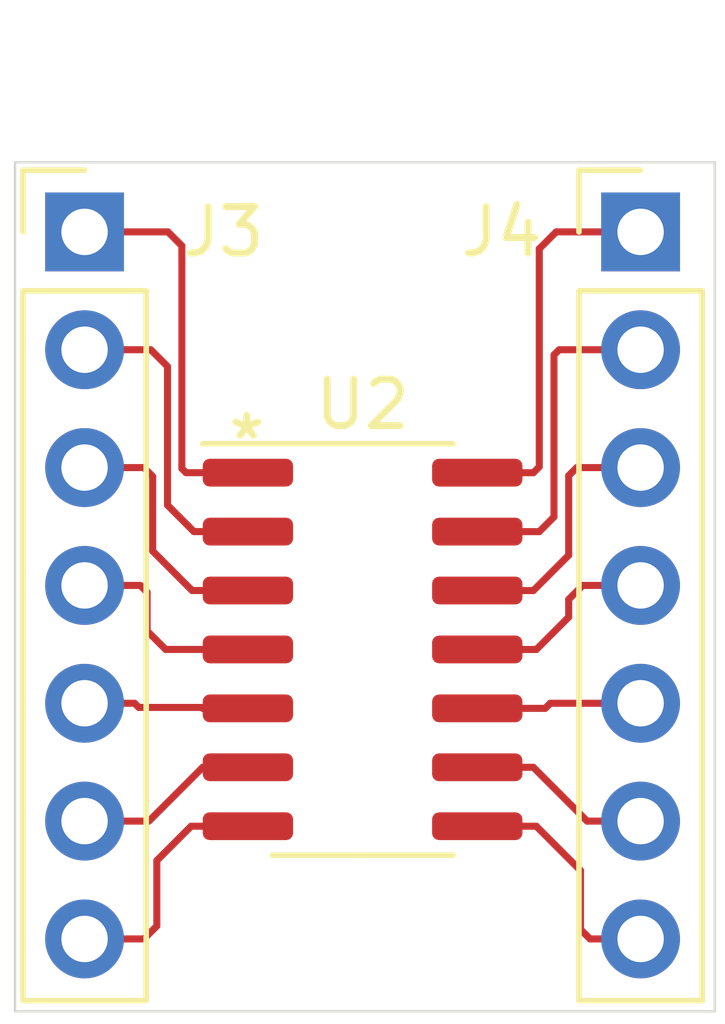
<source format=kicad_pcb>
(kicad_pcb (version 20171130) (host pcbnew "(5.1.5)-3")

  (general
    (thickness 1.6)
    (drawings 6)
    (tracks 72)
    (zones 0)
    (modules 3)
    (nets 15)
  )

  (page A4)
  (layers
    (0 F.Cu signal)
    (31 B.Cu signal)
    (32 B.Adhes user)
    (33 F.Adhes user)
    (34 B.Paste user)
    (35 F.Paste user)
    (36 B.SilkS user)
    (37 F.SilkS user)
    (38 B.Mask user)
    (39 F.Mask user)
    (40 Dwgs.User user)
    (41 Cmts.User user)
    (42 Eco1.User user)
    (43 Eco2.User user)
    (44 Edge.Cuts user)
    (45 Margin user)
    (46 B.CrtYd user)
    (47 F.CrtYd user hide)
    (48 B.Fab user)
    (49 F.Fab user hide)
  )

  (setup
    (last_trace_width 0.1524)
    (trace_clearance 0.1524)
    (zone_clearance 0.508)
    (zone_45_only no)
    (trace_min 0.1524)
    (via_size 0.6)
    (via_drill 0.3)
    (via_min_size 0.6)
    (via_min_drill 0.3)
    (uvia_size 0.3)
    (uvia_drill 0.1)
    (uvias_allowed no)
    (uvia_min_size 0.2)
    (uvia_min_drill 0.1)
    (edge_width 0.05)
    (segment_width 0.2)
    (pcb_text_width 0.3)
    (pcb_text_size 1.5 1.5)
    (mod_edge_width 0.12)
    (mod_text_size 1 1)
    (mod_text_width 0.15)
    (pad_size 1.524 1.524)
    (pad_drill 0.762)
    (pad_to_mask_clearance 0.051)
    (solder_mask_min_width 0.25)
    (aux_axis_origin 0 0)
    (grid_origin 140.3 77.7)
    (visible_elements 7FFDFFFF)
    (pcbplotparams
      (layerselection 0x010f0_ffffffff)
      (usegerberextensions true)
      (usegerberattributes false)
      (usegerberadvancedattributes false)
      (creategerberjobfile false)
      (excludeedgelayer true)
      (linewidth 0.100000)
      (plotframeref false)
      (viasonmask false)
      (mode 1)
      (useauxorigin true)
      (hpglpennumber 1)
      (hpglpenspeed 20)
      (hpglpendiameter 15.000000)
      (psnegative false)
      (psa4output false)
      (plotreference true)
      (plotvalue false)
      (plotinvisibletext false)
      (padsonsilk false)
      (subtractmaskfromsilk false)
      (outputformat 1)
      (mirror false)
      (drillshape 0)
      (scaleselection 1)
      (outputdirectory "panel/"))
  )

  (net 0 "")
  (net 1 /14-7)
  (net 2 /14-6)
  (net 3 /14-5)
  (net 4 /14-4)
  (net 5 /14-3)
  (net 6 /14-2)
  (net 7 /14-1)
  (net 8 /14-8)
  (net 9 /14-9)
  (net 10 /14-10)
  (net 11 /14-11)
  (net 12 /14-12)
  (net 13 /14-13)
  (net 14 /14-14)

  (net_class Default "This is the default net class."
    (clearance 0.1524)
    (trace_width 0.1524)
    (via_dia 0.6)
    (via_drill 0.3)
    (uvia_dia 0.3)
    (uvia_drill 0.1)
    (add_net /14-1)
    (add_net /14-10)
    (add_net /14-11)
    (add_net /14-12)
    (add_net /14-13)
    (add_net /14-14)
    (add_net /14-2)
    (add_net /14-3)
    (add_net /14-4)
    (add_net /14-5)
    (add_net /14-6)
    (add_net /14-7)
    (add_net /14-8)
    (add_net /14-9)
  )

  (module Connector_PinHeader_2.54mm:PinHeader_1x07_P2.54mm_Vertical (layer F.Cu) (tedit 59FED5CC) (tstamp 5F2B3777)
    (at 158.3 76.7)
    (descr "Through hole straight pin header, 1x07, 2.54mm pitch, single row")
    (tags "Through hole pin header THT 1x07 2.54mm single row")
    (path /5F2E944D)
    (fp_text reference J3 (at 3 0) (layer F.SilkS)
      (effects (font (size 1 1) (thickness 0.15)))
    )
    (fp_text value Conn_01x07 (at 0 17.57) (layer F.Fab)
      (effects (font (size 1 1) (thickness 0.15)))
    )
    (fp_text user %R (at 0 7.62 90) (layer F.Fab)
      (effects (font (size 1 1) (thickness 0.15)))
    )
    (fp_line (start 1.8 -1.8) (end -1.8 -1.8) (layer F.CrtYd) (width 0.05))
    (fp_line (start 1.8 17.05) (end 1.8 -1.8) (layer F.CrtYd) (width 0.05))
    (fp_line (start -1.8 17.05) (end 1.8 17.05) (layer F.CrtYd) (width 0.05))
    (fp_line (start -1.8 -1.8) (end -1.8 17.05) (layer F.CrtYd) (width 0.05))
    (fp_line (start -1.33 -1.33) (end 0 -1.33) (layer F.SilkS) (width 0.12))
    (fp_line (start -1.33 0) (end -1.33 -1.33) (layer F.SilkS) (width 0.12))
    (fp_line (start -1.33 1.27) (end 1.33 1.27) (layer F.SilkS) (width 0.12))
    (fp_line (start 1.33 1.27) (end 1.33 16.57) (layer F.SilkS) (width 0.12))
    (fp_line (start -1.33 1.27) (end -1.33 16.57) (layer F.SilkS) (width 0.12))
    (fp_line (start -1.33 16.57) (end 1.33 16.57) (layer F.SilkS) (width 0.12))
    (fp_line (start -1.27 -0.635) (end -0.635 -1.27) (layer F.Fab) (width 0.1))
    (fp_line (start -1.27 16.51) (end -1.27 -0.635) (layer F.Fab) (width 0.1))
    (fp_line (start 1.27 16.51) (end -1.27 16.51) (layer F.Fab) (width 0.1))
    (fp_line (start 1.27 -1.27) (end 1.27 16.51) (layer F.Fab) (width 0.1))
    (fp_line (start -0.635 -1.27) (end 1.27 -1.27) (layer F.Fab) (width 0.1))
    (pad 7 thru_hole oval (at 0 15.24) (size 1.7 1.7) (drill 1) (layers *.Cu *.Mask)
      (net 1 /14-7))
    (pad 6 thru_hole oval (at 0 12.7) (size 1.7 1.7) (drill 1) (layers *.Cu *.Mask)
      (net 2 /14-6))
    (pad 5 thru_hole oval (at 0 10.16) (size 1.7 1.7) (drill 1) (layers *.Cu *.Mask)
      (net 3 /14-5))
    (pad 4 thru_hole oval (at 0 7.62) (size 1.7 1.7) (drill 1) (layers *.Cu *.Mask)
      (net 4 /14-4))
    (pad 3 thru_hole oval (at 0 5.08) (size 1.7 1.7) (drill 1) (layers *.Cu *.Mask)
      (net 5 /14-3))
    (pad 2 thru_hole oval (at 0 2.54) (size 1.7 1.7) (drill 1) (layers *.Cu *.Mask)
      (net 6 /14-2))
    (pad 1 thru_hole rect (at 0 0) (size 1.7 1.7) (drill 1) (layers *.Cu *.Mask)
      (net 7 /14-1))
    (model ${KISYS3DMOD}/Connector_PinHeader_2.54mm.3dshapes/PinHeader_1x07_P2.54mm_Vertical.wrl
      (at (xyz 0 0 0))
      (scale (xyz 1 1 1))
      (rotate (xyz 0 0 0))
    )
  )

  (module Package_SO:SOIC-14_3.9x8.7mm_P1.27mm (layer F.Cu) (tedit 5D9F72B1) (tstamp 5F2B3B28)
    (at 164.3 85.7)
    (descr "SOIC, 14 Pin (JEDEC MS-012AB, https://www.analog.com/media/en/package-pcb-resources/package/pkg_pdf/soic_narrow-r/r_14.pdf), generated with kicad-footprint-generator ipc_gullwing_generator.py")
    (tags "SOIC SO")
    (path /5F2EEE61)
    (attr smd)
    (fp_text reference U2 (at 0 -5.28) (layer F.SilkS)
      (effects (font (size 1 1) (thickness 0.15)))
    )
    (fp_text value MC14093BDR2G (at 0 5.28) (layer F.Fab)
      (effects (font (size 1 1) (thickness 0.15)))
    )
    (fp_text user %R (at 0 0) (layer F.Fab)
      (effects (font (size 0.98 0.98) (thickness 0.15)))
    )
    (fp_line (start 3.7 -4.58) (end -3.7 -4.58) (layer F.CrtYd) (width 0.05))
    (fp_line (start 3.7 4.58) (end 3.7 -4.58) (layer F.CrtYd) (width 0.05))
    (fp_line (start -3.7 4.58) (end 3.7 4.58) (layer F.CrtYd) (width 0.05))
    (fp_line (start -3.7 -4.58) (end -3.7 4.58) (layer F.CrtYd) (width 0.05))
    (fp_line (start -1.95 -3.35) (end -0.975 -4.325) (layer F.Fab) (width 0.1))
    (fp_line (start -1.95 4.325) (end -1.95 -3.35) (layer F.Fab) (width 0.1))
    (fp_line (start 1.95 4.325) (end -1.95 4.325) (layer F.Fab) (width 0.1))
    (fp_line (start 1.95 -4.325) (end 1.95 4.325) (layer F.Fab) (width 0.1))
    (fp_line (start -0.975 -4.325) (end 1.95 -4.325) (layer F.Fab) (width 0.1))
    (fp_line (start 0 -4.435) (end -3.45 -4.435) (layer F.SilkS) (width 0.12))
    (fp_line (start 0 -4.435) (end 1.95 -4.435) (layer F.SilkS) (width 0.12))
    (fp_line (start 0 4.435) (end -1.95 4.435) (layer F.SilkS) (width 0.12))
    (fp_line (start 0 4.435) (end 1.95 4.435) (layer F.SilkS) (width 0.12))
    (pad 14 smd roundrect (at 2.475 -3.81) (size 1.95 0.6) (layers F.Cu F.Paste F.Mask) (roundrect_rratio 0.25)
      (net 14 /14-14))
    (pad 13 smd roundrect (at 2.475 -2.54) (size 1.95 0.6) (layers F.Cu F.Paste F.Mask) (roundrect_rratio 0.25)
      (net 13 /14-13))
    (pad 12 smd roundrect (at 2.475 -1.27) (size 1.95 0.6) (layers F.Cu F.Paste F.Mask) (roundrect_rratio 0.25)
      (net 12 /14-12))
    (pad 11 smd roundrect (at 2.475 0) (size 1.95 0.6) (layers F.Cu F.Paste F.Mask) (roundrect_rratio 0.25)
      (net 11 /14-11))
    (pad 10 smd roundrect (at 2.475 1.27) (size 1.95 0.6) (layers F.Cu F.Paste F.Mask) (roundrect_rratio 0.25)
      (net 10 /14-10))
    (pad 9 smd roundrect (at 2.475 2.54) (size 1.95 0.6) (layers F.Cu F.Paste F.Mask) (roundrect_rratio 0.25)
      (net 9 /14-9))
    (pad 8 smd roundrect (at 2.475 3.81) (size 1.95 0.6) (layers F.Cu F.Paste F.Mask) (roundrect_rratio 0.25)
      (net 8 /14-8))
    (pad 7 smd roundrect (at -2.475 3.81) (size 1.95 0.6) (layers F.Cu F.Paste F.Mask) (roundrect_rratio 0.25)
      (net 1 /14-7))
    (pad 6 smd roundrect (at -2.475 2.54) (size 1.95 0.6) (layers F.Cu F.Paste F.Mask) (roundrect_rratio 0.25)
      (net 2 /14-6))
    (pad 5 smd roundrect (at -2.475 1.27) (size 1.95 0.6) (layers F.Cu F.Paste F.Mask) (roundrect_rratio 0.25)
      (net 3 /14-5))
    (pad 4 smd roundrect (at -2.475 0) (size 1.95 0.6) (layers F.Cu F.Paste F.Mask) (roundrect_rratio 0.25)
      (net 4 /14-4))
    (pad 3 smd roundrect (at -2.475 -1.27) (size 1.95 0.6) (layers F.Cu F.Paste F.Mask) (roundrect_rratio 0.25)
      (net 5 /14-3))
    (pad 2 smd roundrect (at -2.475 -2.54) (size 1.95 0.6) (layers F.Cu F.Paste F.Mask) (roundrect_rratio 0.25)
      (net 6 /14-2))
    (pad 1 smd roundrect (at -2.475 -3.81) (size 1.95 0.6) (layers F.Cu F.Paste F.Mask) (roundrect_rratio 0.25)
      (net 7 /14-1))
    (model ${KISYS3DMOD}/Package_SO.3dshapes/SOIC-14_3.9x8.7mm_P1.27mm.wrl
      (at (xyz 0 0 0))
      (scale (xyz 1 1 1))
      (rotate (xyz 0 0 0))
    )
  )

  (module Connector_PinHeader_2.54mm:PinHeader_1x07_P2.54mm_Vertical (layer F.Cu) (tedit 59FED5CC) (tstamp 5F2B3792)
    (at 170.3 76.7)
    (descr "Through hole straight pin header, 1x07, 2.54mm pitch, single row")
    (tags "Through hole pin header THT 1x07 2.54mm single row")
    (path /5F2EBB5B)
    (fp_text reference J4 (at -3 0) (layer F.SilkS)
      (effects (font (size 1 1) (thickness 0.15)))
    )
    (fp_text value Conn_01x07 (at 0 17.57) (layer F.Fab)
      (effects (font (size 1 1) (thickness 0.15)))
    )
    (fp_text user %R (at 0 7.62 90) (layer F.Fab)
      (effects (font (size 1 1) (thickness 0.15)))
    )
    (fp_line (start 1.8 -1.8) (end -1.8 -1.8) (layer F.CrtYd) (width 0.05))
    (fp_line (start 1.8 17.05) (end 1.8 -1.8) (layer F.CrtYd) (width 0.05))
    (fp_line (start -1.8 17.05) (end 1.8 17.05) (layer F.CrtYd) (width 0.05))
    (fp_line (start -1.8 -1.8) (end -1.8 17.05) (layer F.CrtYd) (width 0.05))
    (fp_line (start -1.33 -1.33) (end 0 -1.33) (layer F.SilkS) (width 0.12))
    (fp_line (start -1.33 0) (end -1.33 -1.33) (layer F.SilkS) (width 0.12))
    (fp_line (start -1.33 1.27) (end 1.33 1.27) (layer F.SilkS) (width 0.12))
    (fp_line (start 1.33 1.27) (end 1.33 16.57) (layer F.SilkS) (width 0.12))
    (fp_line (start -1.33 1.27) (end -1.33 16.57) (layer F.SilkS) (width 0.12))
    (fp_line (start -1.33 16.57) (end 1.33 16.57) (layer F.SilkS) (width 0.12))
    (fp_line (start -1.27 -0.635) (end -0.635 -1.27) (layer F.Fab) (width 0.1))
    (fp_line (start -1.27 16.51) (end -1.27 -0.635) (layer F.Fab) (width 0.1))
    (fp_line (start 1.27 16.51) (end -1.27 16.51) (layer F.Fab) (width 0.1))
    (fp_line (start 1.27 -1.27) (end 1.27 16.51) (layer F.Fab) (width 0.1))
    (fp_line (start -0.635 -1.27) (end 1.27 -1.27) (layer F.Fab) (width 0.1))
    (pad 7 thru_hole oval (at 0 15.24) (size 1.7 1.7) (drill 1) (layers *.Cu *.Mask)
      (net 8 /14-8))
    (pad 6 thru_hole oval (at 0 12.7) (size 1.7 1.7) (drill 1) (layers *.Cu *.Mask)
      (net 9 /14-9))
    (pad 5 thru_hole oval (at 0 10.16) (size 1.7 1.7) (drill 1) (layers *.Cu *.Mask)
      (net 10 /14-10))
    (pad 4 thru_hole oval (at 0 7.62) (size 1.7 1.7) (drill 1) (layers *.Cu *.Mask)
      (net 11 /14-11))
    (pad 3 thru_hole oval (at 0 5.08) (size 1.7 1.7) (drill 1) (layers *.Cu *.Mask)
      (net 12 /14-12))
    (pad 2 thru_hole oval (at 0 2.54) (size 1.7 1.7) (drill 1) (layers *.Cu *.Mask)
      (net 13 /14-13))
    (pad 1 thru_hole rect (at 0 0) (size 1.7 1.7) (drill 1) (layers *.Cu *.Mask)
      (net 14 /14-14))
    (model ${KISYS3DMOD}/Connector_PinHeader_2.54mm.3dshapes/PinHeader_1x07_P2.54mm_Vertical.wrl
      (at (xyz 0 0 0))
      (scale (xyz 1 1 1))
      (rotate (xyz 0 0 0))
    )
  )

  (gr_text * (at 161.8 81.2) (layer F.SilkS)
    (effects (font (size 1 1) (thickness 0.15)))
  )
  (gr_line (start 171.9 93.5) (end 156.8 93.5) (layer Edge.Cuts) (width 0.05))
  (dimension 12 (width 0.15) (layer Eco1.User)
    (gr_text "12.000 mm" (at 164.3 72.4) (layer Eco1.User)
      (effects (font (size 1 1) (thickness 0.15)))
    )
    (feature1 (pts (xy 170.3 76.7) (xy 170.3 73.113579)))
    (feature2 (pts (xy 158.3 76.7) (xy 158.3 73.113579)))
    (crossbar (pts (xy 158.3 73.7) (xy 170.3 73.7)))
    (arrow1a (pts (xy 170.3 73.7) (xy 169.173496 74.286421)))
    (arrow1b (pts (xy 170.3 73.7) (xy 169.173496 73.113579)))
    (arrow2a (pts (xy 158.3 73.7) (xy 159.426504 74.286421)))
    (arrow2b (pts (xy 158.3 73.7) (xy 159.426504 73.113579)))
  )
  (gr_line (start 156.8 93.5) (end 156.8 75.2) (layer Edge.Cuts) (width 0.05) (tstamp 5F2B4475))
  (gr_line (start 156.8 75.2) (end 171.9 75.2) (layer Edge.Cuts) (width 0.05))
  (gr_line (start 171.9 75.2) (end 171.9 93.5) (layer Edge.Cuts) (width 0.05))

  (segment (start 159.86 91.66) (end 159.58 91.94) (width 0.1524) (layer F.Cu) (net 1))
  (segment (start 159.58 91.94) (end 158.3 91.94) (width 0.1524) (layer F.Cu) (net 1))
  (segment (start 160.6 89.51) (end 159.86 90.25) (width 0.1524) (layer F.Cu) (net 1))
  (segment (start 161.825 89.51) (end 160.6 89.51) (width 0.1524) (layer F.Cu) (net 1))
  (segment (start 159.86 90.25) (end 159.86 91.66) (width 0.1524) (layer F.Cu) (net 1))
  (segment (start 161.825 88.24) (end 160.85 88.24) (width 0.1524) (layer F.Cu) (net 2))
  (segment (start 160.85 88.24) (end 159.69 89.4) (width 0.1524) (layer F.Cu) (net 2))
  (segment (start 159.69 89.4) (end 158.3 89.4) (width 0.1524) (layer F.Cu) (net 2))
  (segment (start 159.47 86.95) (end 159.38 86.86) (width 0.1524) (layer F.Cu) (net 3))
  (segment (start 160.83 86.95) (end 159.47 86.95) (width 0.1524) (layer F.Cu) (net 3))
  (segment (start 161.825 86.97) (end 160.85 86.97) (width 0.1524) (layer F.Cu) (net 3))
  (segment (start 159.38 86.86) (end 158.3 86.86) (width 0.1524) (layer F.Cu) (net 3))
  (segment (start 160.85 86.97) (end 160.83 86.95) (width 0.1524) (layer F.Cu) (net 3))
  (segment (start 159.65 85.3) (end 159.65 84.467919) (width 0.1524) (layer F.Cu) (net 4))
  (segment (start 161.825 85.7) (end 160.05 85.7) (width 0.1524) (layer F.Cu) (net 4))
  (segment (start 160.05 85.7) (end 159.65 85.3) (width 0.1524) (layer F.Cu) (net 4))
  (segment (start 159.65 84.467919) (end 159.502081 84.32) (width 0.1524) (layer F.Cu) (net 4))
  (segment (start 159.502081 84.32) (end 158.3 84.32) (width 0.1524) (layer F.Cu) (net 4))
  (segment (start 160.62 84.43) (end 159.77 83.58) (width 0.1524) (layer F.Cu) (net 5))
  (segment (start 159.77 83.58) (end 159.77 81.97) (width 0.1524) (layer F.Cu) (net 5))
  (segment (start 161.825 84.43) (end 160.62 84.43) (width 0.1524) (layer F.Cu) (net 5))
  (segment (start 159.77 81.97) (end 159.58 81.78) (width 0.1524) (layer F.Cu) (net 5))
  (segment (start 159.58 81.78) (end 158.3 81.78) (width 0.1524) (layer F.Cu) (net 5))
  (segment (start 161.825 83.16) (end 160.66 83.16) (width 0.1524) (layer F.Cu) (net 6))
  (segment (start 160.09 79.6) (end 159.73 79.24) (width 0.1524) (layer F.Cu) (net 6))
  (segment (start 160.09 82.59) (end 160.09 79.6) (width 0.1524) (layer F.Cu) (net 6))
  (segment (start 160.66 83.16) (end 160.09 82.59) (width 0.1524) (layer F.Cu) (net 6))
  (segment (start 159.73 79.24) (end 158.3 79.24) (width 0.1524) (layer F.Cu) (net 6))
  (segment (start 161.825 81.89) (end 160.49 81.89) (width 0.1524) (layer F.Cu) (net 7))
  (segment (start 160.1 76.7) (end 158.3 76.7) (width 0.1524) (layer F.Cu) (net 7))
  (segment (start 160.49 81.89) (end 160.4 81.8) (width 0.1524) (layer F.Cu) (net 7))
  (segment (start 160.4 81.8) (end 160.4 77) (width 0.1524) (layer F.Cu) (net 7))
  (segment (start 160.4 77) (end 160.1 76.7) (width 0.1524) (layer F.Cu) (net 7))
  (segment (start 168.0485 89.51) (end 169.002 90.4635) (width 0.1524) (layer F.Cu) (net 8))
  (segment (start 166.775 89.51) (end 168.0485 89.51) (width 0.1524) (layer F.Cu) (net 8))
  (segment (start 169.2085 91.94) (end 170.3 91.94) (width 0.1524) (layer F.Cu) (net 8))
  (segment (start 169.002 90.4635) (end 169.002 91.7335) (width 0.1524) (layer F.Cu) (net 8))
  (segment (start 169.002 91.7335) (end 169.2085 91.94) (width 0.1524) (layer F.Cu) (net 8))
  (segment (start 167.985 88.24) (end 169.145 89.4) (width 0.1524) (layer F.Cu) (net 9))
  (segment (start 166.775 88.24) (end 167.985 88.24) (width 0.1524) (layer F.Cu) (net 9))
  (segment (start 169.145 89.4) (end 170.3 89.4) (width 0.1524) (layer F.Cu) (net 9))
  (segment (start 166.775 86.97) (end 168.241 86.97) (width 0.1524) (layer F.Cu) (net 10))
  (segment (start 168.241 86.97) (end 168.351 86.86) (width 0.1524) (layer F.Cu) (net 10))
  (segment (start 168.351 86.86) (end 170.3 86.86) (width 0.1524) (layer F.Cu) (net 10))
  (segment (start 166.775 85.7) (end 167.75 85.7) (width 0.1524) (layer F.Cu) (net 11))
  (segment (start 168.748 85.0025) (end 168.748 84.6215) (width 0.1524) (layer F.Cu) (net 11))
  (segment (start 167.75 85.7) (end 167.751 85.701) (width 0.1524) (layer F.Cu) (net 11))
  (segment (start 168.0495 85.701) (end 168.748 85.0025) (width 0.1524) (layer F.Cu) (net 11))
  (segment (start 167.751 85.701) (end 168.0495 85.701) (width 0.1524) (layer F.Cu) (net 11))
  (segment (start 169.0495 84.32) (end 170.3 84.32) (width 0.1524) (layer F.Cu) (net 11))
  (segment (start 168.748 84.6215) (end 169.0495 84.32) (width 0.1524) (layer F.Cu) (net 11))
  (segment (start 168.748 81.9545) (end 168.9225 81.78) (width 0.1524) (layer F.Cu) (net 12))
  (segment (start 168.9225 81.78) (end 170.3 81.78) (width 0.1524) (layer F.Cu) (net 12))
  (segment (start 167.751 84.431) (end 167.986 84.431) (width 0.1524) (layer F.Cu) (net 12))
  (segment (start 167.986 84.431) (end 168.748 83.669) (width 0.1524) (layer F.Cu) (net 12))
  (segment (start 166.775 84.43) (end 167.75 84.43) (width 0.1524) (layer F.Cu) (net 12))
  (segment (start 167.75 84.43) (end 167.751 84.431) (width 0.1524) (layer F.Cu) (net 12))
  (segment (start 168.748 83.669) (end 168.748 81.9545) (width 0.1524) (layer F.Cu) (net 12))
  (segment (start 168.113 83.161) (end 168.4305 82.8435) (width 0.1524) (layer F.Cu) (net 13))
  (segment (start 167.751 83.161) (end 168.113 83.161) (width 0.1524) (layer F.Cu) (net 13))
  (segment (start 166.775 83.16) (end 167.75 83.16) (width 0.1524) (layer F.Cu) (net 13))
  (segment (start 168.5415 79.24) (end 170.3 79.24) (width 0.1524) (layer F.Cu) (net 13))
  (segment (start 168.4305 82.8435) (end 168.4305 79.351) (width 0.1524) (layer F.Cu) (net 13))
  (segment (start 168.4305 79.351) (end 168.5415 79.24) (width 0.1524) (layer F.Cu) (net 13))
  (segment (start 167.75 83.16) (end 167.751 83.161) (width 0.1524) (layer F.Cu) (net 13))
  (segment (start 168.478 76.7) (end 170.3 76.7) (width 0.1524) (layer F.Cu) (net 14))
  (segment (start 166.775 81.89) (end 167.75 81.89) (width 0.1524) (layer F.Cu) (net 14))
  (segment (start 168.113 77.065) (end 168.478 76.7) (width 0.1524) (layer F.Cu) (net 14))
  (segment (start 168.113 81.764) (end 168.113 77.065) (width 0.1524) (layer F.Cu) (net 14))
  (segment (start 167.75 81.89) (end 167.751 81.891) (width 0.1524) (layer F.Cu) (net 14))
  (segment (start 167.751 81.891) (end 167.986 81.891) (width 0.1524) (layer F.Cu) (net 14))
  (segment (start 167.986 81.891) (end 168.113 81.764) (width 0.1524) (layer F.Cu) (net 14))

)

</source>
